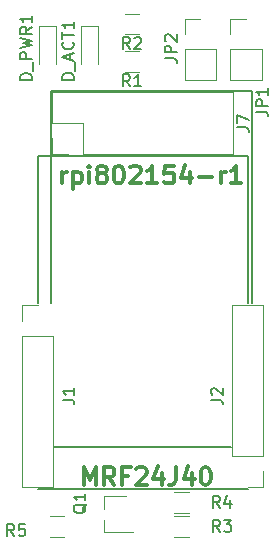
<source format=gto>
G04 #@! TF.GenerationSoftware,KiCad,Pcbnew,(2018-01-23 revision c95c77c51)-master*
G04 #@! TF.CreationDate,2018-01-29T11:30:05+01:00*
G04 #@! TF.ProjectId,rpi_mrf_radio_shield,7270695F6D72665F726164696F5F7368,rev?*
G04 #@! TF.SameCoordinates,Original*
G04 #@! TF.FileFunction,Legend,Top*
G04 #@! TF.FilePolarity,Positive*
%FSLAX46Y46*%
G04 Gerber Fmt 4.6, Leading zero omitted, Abs format (unit mm)*
G04 Created by KiCad (PCBNEW (2018-01-23 revision c95c77c51)-master) date Mon Jan 29 11:30:05 2018*
%MOMM*%
%LPD*%
G01*
G04 APERTURE LIST*
%ADD10C,0.300000*%
%ADD11C,0.200000*%
%ADD12C,0.120000*%
%ADD13C,0.150000*%
G04 APERTURE END LIST*
D10*
X148263985Y-104153171D02*
X148263985Y-103153171D01*
X148263985Y-103438885D02*
X148335414Y-103296028D01*
X148406842Y-103224600D01*
X148549700Y-103153171D01*
X148692557Y-103153171D01*
X149192557Y-103153171D02*
X149192557Y-104653171D01*
X149192557Y-103224600D02*
X149335414Y-103153171D01*
X149621128Y-103153171D01*
X149763985Y-103224600D01*
X149835414Y-103296028D01*
X149906842Y-103438885D01*
X149906842Y-103867457D01*
X149835414Y-104010314D01*
X149763985Y-104081742D01*
X149621128Y-104153171D01*
X149335414Y-104153171D01*
X149192557Y-104081742D01*
X150549700Y-104153171D02*
X150549700Y-103153171D01*
X150549700Y-102653171D02*
X150478271Y-102724600D01*
X150549700Y-102796028D01*
X150621128Y-102724600D01*
X150549700Y-102653171D01*
X150549700Y-102796028D01*
X151478271Y-103296028D02*
X151335414Y-103224600D01*
X151263985Y-103153171D01*
X151192557Y-103010314D01*
X151192557Y-102938885D01*
X151263985Y-102796028D01*
X151335414Y-102724600D01*
X151478271Y-102653171D01*
X151763985Y-102653171D01*
X151906842Y-102724600D01*
X151978271Y-102796028D01*
X152049700Y-102938885D01*
X152049700Y-103010314D01*
X151978271Y-103153171D01*
X151906842Y-103224600D01*
X151763985Y-103296028D01*
X151478271Y-103296028D01*
X151335414Y-103367457D01*
X151263985Y-103438885D01*
X151192557Y-103581742D01*
X151192557Y-103867457D01*
X151263985Y-104010314D01*
X151335414Y-104081742D01*
X151478271Y-104153171D01*
X151763985Y-104153171D01*
X151906842Y-104081742D01*
X151978271Y-104010314D01*
X152049700Y-103867457D01*
X152049700Y-103581742D01*
X151978271Y-103438885D01*
X151906842Y-103367457D01*
X151763985Y-103296028D01*
X152978271Y-102653171D02*
X153121128Y-102653171D01*
X153263985Y-102724600D01*
X153335414Y-102796028D01*
X153406842Y-102938885D01*
X153478271Y-103224600D01*
X153478271Y-103581742D01*
X153406842Y-103867457D01*
X153335414Y-104010314D01*
X153263985Y-104081742D01*
X153121128Y-104153171D01*
X152978271Y-104153171D01*
X152835414Y-104081742D01*
X152763985Y-104010314D01*
X152692557Y-103867457D01*
X152621128Y-103581742D01*
X152621128Y-103224600D01*
X152692557Y-102938885D01*
X152763985Y-102796028D01*
X152835414Y-102724600D01*
X152978271Y-102653171D01*
X154049700Y-102796028D02*
X154121128Y-102724600D01*
X154263985Y-102653171D01*
X154621128Y-102653171D01*
X154763985Y-102724600D01*
X154835414Y-102796028D01*
X154906842Y-102938885D01*
X154906842Y-103081742D01*
X154835414Y-103296028D01*
X153978271Y-104153171D01*
X154906842Y-104153171D01*
X156335414Y-104153171D02*
X155478271Y-104153171D01*
X155906842Y-104153171D02*
X155906842Y-102653171D01*
X155763985Y-102867457D01*
X155621128Y-103010314D01*
X155478271Y-103081742D01*
X157692557Y-102653171D02*
X156978271Y-102653171D01*
X156906842Y-103367457D01*
X156978271Y-103296028D01*
X157121128Y-103224600D01*
X157478271Y-103224600D01*
X157621128Y-103296028D01*
X157692557Y-103367457D01*
X157763985Y-103510314D01*
X157763985Y-103867457D01*
X157692557Y-104010314D01*
X157621128Y-104081742D01*
X157478271Y-104153171D01*
X157121128Y-104153171D01*
X156978271Y-104081742D01*
X156906842Y-104010314D01*
X159049700Y-103153171D02*
X159049700Y-104153171D01*
X158692557Y-102581742D02*
X158335414Y-103653171D01*
X159263985Y-103653171D01*
X159835414Y-103581742D02*
X160978271Y-103581742D01*
X161692557Y-104153171D02*
X161692557Y-103153171D01*
X161692557Y-103438885D02*
X161763985Y-103296028D01*
X161835414Y-103224600D01*
X161978271Y-103153171D01*
X162121128Y-103153171D01*
X163406842Y-104153171D02*
X162549700Y-104153171D01*
X162978271Y-104153171D02*
X162978271Y-102653171D01*
X162835414Y-102867457D01*
X162692557Y-103010314D01*
X162549700Y-103081742D01*
X150122671Y-129680171D02*
X150122671Y-128180171D01*
X150622671Y-129251600D01*
X151122671Y-128180171D01*
X151122671Y-129680171D01*
X152694100Y-129680171D02*
X152194100Y-128965885D01*
X151836957Y-129680171D02*
X151836957Y-128180171D01*
X152408385Y-128180171D01*
X152551242Y-128251600D01*
X152622671Y-128323028D01*
X152694100Y-128465885D01*
X152694100Y-128680171D01*
X152622671Y-128823028D01*
X152551242Y-128894457D01*
X152408385Y-128965885D01*
X151836957Y-128965885D01*
X153836957Y-128894457D02*
X153336957Y-128894457D01*
X153336957Y-129680171D02*
X153336957Y-128180171D01*
X154051242Y-128180171D01*
X154551242Y-128323028D02*
X154622671Y-128251600D01*
X154765528Y-128180171D01*
X155122671Y-128180171D01*
X155265528Y-128251600D01*
X155336957Y-128323028D01*
X155408385Y-128465885D01*
X155408385Y-128608742D01*
X155336957Y-128823028D01*
X154479814Y-129680171D01*
X155408385Y-129680171D01*
X156694100Y-128680171D02*
X156694100Y-129680171D01*
X156336957Y-128108742D02*
X155979814Y-129180171D01*
X156908385Y-129180171D01*
X157908385Y-128180171D02*
X157908385Y-129251600D01*
X157836957Y-129465885D01*
X157694100Y-129608742D01*
X157479814Y-129680171D01*
X157336957Y-129680171D01*
X159265528Y-128680171D02*
X159265528Y-129680171D01*
X158908385Y-128108742D02*
X158551242Y-129180171D01*
X159479814Y-129180171D01*
X160336957Y-128180171D02*
X160479814Y-128180171D01*
X160622671Y-128251600D01*
X160694100Y-128323028D01*
X160765528Y-128465885D01*
X160836957Y-128751600D01*
X160836957Y-129108742D01*
X160765528Y-129394457D01*
X160694100Y-129537314D01*
X160622671Y-129608742D01*
X160479814Y-129680171D01*
X160336957Y-129680171D01*
X160194100Y-129608742D01*
X160122671Y-129537314D01*
X160051242Y-129394457D01*
X159979814Y-129108742D01*
X159979814Y-128751600D01*
X160051242Y-128465885D01*
X160122671Y-128323028D01*
X160194100Y-128251600D01*
X160336957Y-128180171D01*
D11*
X146176900Y-113761600D02*
X146176900Y-114269600D01*
X147319900Y-113761600D02*
X147319900Y-114269600D01*
X164337900Y-96362600D02*
X164337900Y-114269600D01*
X147573900Y-126461600D02*
X162559900Y-126461600D01*
X147319900Y-96362600D02*
X147319900Y-113761600D01*
X147332600Y-96362600D02*
X164350600Y-96362600D01*
X146176900Y-101823600D02*
X146176900Y-113761600D01*
X163956900Y-101823600D02*
X146176900Y-101823600D01*
X163956900Y-114269600D02*
X163956900Y-101823600D01*
X146176900Y-130017600D02*
X163956900Y-130017600D01*
D12*
X144846900Y-129823600D02*
X147506900Y-129823600D01*
X144846900Y-117063600D02*
X144846900Y-129823600D01*
X147506900Y-117063600D02*
X147506900Y-129823600D01*
X144846900Y-117063600D02*
X147506900Y-117063600D01*
X144846900Y-115793600D02*
X144846900Y-114463600D01*
X144846900Y-114463600D02*
X146176900Y-114463600D01*
X165286900Y-129823600D02*
X163956900Y-129823600D01*
X165286900Y-128493600D02*
X165286900Y-129823600D01*
X165286900Y-127223600D02*
X162626900Y-127223600D01*
X162626900Y-127223600D02*
X162626900Y-114463600D01*
X165286900Y-127223600D02*
X165286900Y-114463600D01*
X165286900Y-114463600D02*
X162626900Y-114463600D01*
X151780100Y-131676600D02*
X151780100Y-130626600D01*
X151780100Y-130626600D02*
X153630100Y-130626600D01*
X151780100Y-133676600D02*
X151780100Y-132676600D01*
X151800100Y-133686600D02*
X154230100Y-133686600D01*
X157765100Y-130280600D02*
X158965100Y-130280600D01*
X158965100Y-132040600D02*
X157765100Y-132040600D01*
X158639100Y-90206600D02*
X159969100Y-90206600D01*
X158639100Y-91536600D02*
X158639100Y-90206600D01*
X158639100Y-92806600D02*
X161299100Y-92806600D01*
X161299100Y-92806600D02*
X161299100Y-95406600D01*
X158639100Y-92806600D02*
X158639100Y-95406600D01*
X158639100Y-95406600D02*
X161299100Y-95406600D01*
X153574100Y-92942600D02*
X154774100Y-92942600D01*
X154774100Y-94702600D02*
X153574100Y-94702600D01*
X153574100Y-89767600D02*
X154774100Y-89767600D01*
X154774100Y-91527600D02*
X153574100Y-91527600D01*
X158965100Y-134072600D02*
X157765100Y-134072600D01*
X157765100Y-132312600D02*
X158965100Y-132312600D01*
X149821100Y-94060600D02*
X149821100Y-90860600D01*
X151321100Y-90860600D02*
X151321100Y-94060600D01*
X151321100Y-90860600D02*
X149821100Y-90860600D01*
X147765100Y-90860600D02*
X146265100Y-90860600D01*
X147765100Y-90860600D02*
X147765100Y-94060600D01*
X146265100Y-94060600D02*
X146265100Y-90860600D01*
X162759600Y-101629600D02*
X162759600Y-96429600D01*
X149999600Y-101629600D02*
X162759600Y-101629600D01*
X147399600Y-96429600D02*
X162759600Y-96429600D01*
X149999600Y-101629600D02*
X149999600Y-99029600D01*
X149999600Y-99029600D02*
X147399600Y-99029600D01*
X147399600Y-99029600D02*
X147399600Y-96429600D01*
X148729600Y-101629600D02*
X147399600Y-101629600D01*
X147399600Y-101629600D02*
X147399600Y-100299600D01*
X162499900Y-90206600D02*
X163829900Y-90206600D01*
X162499900Y-91536600D02*
X162499900Y-90206600D01*
X162499900Y-92806600D02*
X165159900Y-92806600D01*
X165159900Y-92806600D02*
X165159900Y-95406600D01*
X162499900Y-92806600D02*
X162499900Y-95406600D01*
X162499900Y-95406600D02*
X165159900Y-95406600D01*
X147198700Y-132338000D02*
X148398700Y-132338000D01*
X148398700Y-134098000D02*
X147198700Y-134098000D01*
D13*
X148296280Y-122476933D02*
X149010566Y-122476933D01*
X149153423Y-122524552D01*
X149248661Y-122619790D01*
X149296280Y-122762647D01*
X149296280Y-122857885D01*
X149296280Y-121476933D02*
X149296280Y-122048361D01*
X149296280Y-121762647D02*
X148296280Y-121762647D01*
X148439138Y-121857885D01*
X148534376Y-121953123D01*
X148581995Y-122048361D01*
X160869280Y-122476933D02*
X161583566Y-122476933D01*
X161726423Y-122524552D01*
X161821661Y-122619790D01*
X161869280Y-122762647D01*
X161869280Y-122857885D01*
X160964519Y-122048361D02*
X160916900Y-122000742D01*
X160869280Y-121905504D01*
X160869280Y-121667409D01*
X160916900Y-121572171D01*
X160964519Y-121524552D01*
X161059757Y-121476933D01*
X161154995Y-121476933D01*
X161297852Y-121524552D01*
X161869280Y-122095980D01*
X161869280Y-121476933D01*
X150327519Y-131306638D02*
X150279900Y-131401876D01*
X150184661Y-131497114D01*
X150041804Y-131639971D01*
X149994185Y-131735209D01*
X149994185Y-131830447D01*
X150232280Y-131782828D02*
X150184661Y-131878066D01*
X150089423Y-131973304D01*
X149898947Y-132020923D01*
X149565614Y-132020923D01*
X149375138Y-131973304D01*
X149279900Y-131878066D01*
X149232280Y-131782828D01*
X149232280Y-131592352D01*
X149279900Y-131497114D01*
X149375138Y-131401876D01*
X149565614Y-131354257D01*
X149898947Y-131354257D01*
X150089423Y-131401876D01*
X150184661Y-131497114D01*
X150232280Y-131592352D01*
X150232280Y-131782828D01*
X150232280Y-130401876D02*
X150232280Y-130973304D01*
X150232280Y-130687590D02*
X149232280Y-130687590D01*
X149375138Y-130782828D01*
X149470376Y-130878066D01*
X149517995Y-130973304D01*
X161627433Y-131612980D02*
X161294100Y-131136790D01*
X161056004Y-131612980D02*
X161056004Y-130612980D01*
X161436957Y-130612980D01*
X161532195Y-130660600D01*
X161579814Y-130708219D01*
X161627433Y-130803457D01*
X161627433Y-130946314D01*
X161579814Y-131041552D01*
X161532195Y-131089171D01*
X161436957Y-131136790D01*
X161056004Y-131136790D01*
X162484576Y-130946314D02*
X162484576Y-131612980D01*
X162246480Y-130565361D02*
X162008385Y-131279647D01*
X162627433Y-131279647D01*
X156953880Y-93538333D02*
X157668166Y-93538333D01*
X157811023Y-93585952D01*
X157906261Y-93681190D01*
X157953880Y-93824047D01*
X157953880Y-93919285D01*
X157953880Y-93062142D02*
X156953880Y-93062142D01*
X156953880Y-92681190D01*
X157001500Y-92585952D01*
X157049119Y-92538333D01*
X157144357Y-92490714D01*
X157287214Y-92490714D01*
X157382452Y-92538333D01*
X157430071Y-92585952D01*
X157477690Y-92681190D01*
X157477690Y-93062142D01*
X157049119Y-92109761D02*
X157001500Y-92062142D01*
X156953880Y-91966904D01*
X156953880Y-91728809D01*
X157001500Y-91633571D01*
X157049119Y-91585952D01*
X157144357Y-91538333D01*
X157239595Y-91538333D01*
X157382452Y-91585952D01*
X157953880Y-92157380D01*
X157953880Y-91538333D01*
X154007433Y-95925980D02*
X153674100Y-95449790D01*
X153436004Y-95925980D02*
X153436004Y-94925980D01*
X153816957Y-94925980D01*
X153912195Y-94973600D01*
X153959814Y-95021219D01*
X154007433Y-95116457D01*
X154007433Y-95259314D01*
X153959814Y-95354552D01*
X153912195Y-95402171D01*
X153816957Y-95449790D01*
X153436004Y-95449790D01*
X154959814Y-95925980D02*
X154388385Y-95925980D01*
X154674100Y-95925980D02*
X154674100Y-94925980D01*
X154578861Y-95068838D01*
X154483623Y-95164076D01*
X154388385Y-95211695D01*
X154007433Y-92750980D02*
X153674100Y-92274790D01*
X153436004Y-92750980D02*
X153436004Y-91750980D01*
X153816957Y-91750980D01*
X153912195Y-91798600D01*
X153959814Y-91846219D01*
X154007433Y-91941457D01*
X154007433Y-92084314D01*
X153959814Y-92179552D01*
X153912195Y-92227171D01*
X153816957Y-92274790D01*
X153436004Y-92274790D01*
X154388385Y-91846219D02*
X154436004Y-91798600D01*
X154531242Y-91750980D01*
X154769338Y-91750980D01*
X154864576Y-91798600D01*
X154912195Y-91846219D01*
X154959814Y-91941457D01*
X154959814Y-92036695D01*
X154912195Y-92179552D01*
X154340766Y-92750980D01*
X154959814Y-92750980D01*
X161627433Y-133644980D02*
X161294100Y-133168790D01*
X161056004Y-133644980D02*
X161056004Y-132644980D01*
X161436957Y-132644980D01*
X161532195Y-132692600D01*
X161579814Y-132740219D01*
X161627433Y-132835457D01*
X161627433Y-132978314D01*
X161579814Y-133073552D01*
X161532195Y-133121171D01*
X161436957Y-133168790D01*
X161056004Y-133168790D01*
X161960766Y-132644980D02*
X162579814Y-132644980D01*
X162246480Y-133025933D01*
X162389338Y-133025933D01*
X162484576Y-133073552D01*
X162532195Y-133121171D01*
X162579814Y-133216409D01*
X162579814Y-133454504D01*
X162532195Y-133549742D01*
X162484576Y-133597361D01*
X162389338Y-133644980D01*
X162103623Y-133644980D01*
X162008385Y-133597361D01*
X161960766Y-133549742D01*
X149245480Y-95362171D02*
X148245480Y-95362171D01*
X148245480Y-95124076D01*
X148293100Y-94981219D01*
X148388338Y-94885980D01*
X148483576Y-94838361D01*
X148674052Y-94790742D01*
X148816909Y-94790742D01*
X149007385Y-94838361D01*
X149102623Y-94885980D01*
X149197861Y-94981219D01*
X149245480Y-95124076D01*
X149245480Y-95362171D01*
X149340719Y-94600266D02*
X149340719Y-93838361D01*
X148959766Y-93647885D02*
X148959766Y-93171695D01*
X149245480Y-93743123D02*
X148245480Y-93409790D01*
X149245480Y-93076457D01*
X149150242Y-92171695D02*
X149197861Y-92219314D01*
X149245480Y-92362171D01*
X149245480Y-92457409D01*
X149197861Y-92600266D01*
X149102623Y-92695504D01*
X149007385Y-92743123D01*
X148816909Y-92790742D01*
X148674052Y-92790742D01*
X148483576Y-92743123D01*
X148388338Y-92695504D01*
X148293100Y-92600266D01*
X148245480Y-92457409D01*
X148245480Y-92362171D01*
X148293100Y-92219314D01*
X148340719Y-92171695D01*
X148245480Y-91885980D02*
X148245480Y-91314552D01*
X149245480Y-91600266D02*
X148245480Y-91600266D01*
X149245480Y-90457409D02*
X149245480Y-91028838D01*
X149245480Y-90743123D02*
X148245480Y-90743123D01*
X148388338Y-90838361D01*
X148483576Y-90933600D01*
X148531195Y-91028838D01*
X145689480Y-95370076D02*
X144689480Y-95370076D01*
X144689480Y-95131980D01*
X144737100Y-94989123D01*
X144832338Y-94893885D01*
X144927576Y-94846266D01*
X145118052Y-94798647D01*
X145260909Y-94798647D01*
X145451385Y-94846266D01*
X145546623Y-94893885D01*
X145641861Y-94989123D01*
X145689480Y-95131980D01*
X145689480Y-95370076D01*
X145784719Y-94608171D02*
X145784719Y-93846266D01*
X145689480Y-93608171D02*
X144689480Y-93608171D01*
X144689480Y-93227219D01*
X144737100Y-93131980D01*
X144784719Y-93084361D01*
X144879957Y-93036742D01*
X145022814Y-93036742D01*
X145118052Y-93084361D01*
X145165671Y-93131980D01*
X145213290Y-93227219D01*
X145213290Y-93608171D01*
X144689480Y-92703409D02*
X145689480Y-92465314D01*
X144975195Y-92274838D01*
X145689480Y-92084361D01*
X144689480Y-91846266D01*
X145689480Y-90893885D02*
X145213290Y-91227219D01*
X145689480Y-91465314D02*
X144689480Y-91465314D01*
X144689480Y-91084361D01*
X144737100Y-90989123D01*
X144784719Y-90941504D01*
X144879957Y-90893885D01*
X145022814Y-90893885D01*
X145118052Y-90941504D01*
X145165671Y-90989123D01*
X145213290Y-91084361D01*
X145213290Y-91465314D01*
X145689480Y-89941504D02*
X145689480Y-90512933D01*
X145689480Y-90227219D02*
X144689480Y-90227219D01*
X144832338Y-90322457D01*
X144927576Y-90417695D01*
X144975195Y-90512933D01*
X163049880Y-99388333D02*
X163764166Y-99388333D01*
X163907023Y-99435952D01*
X164002261Y-99531190D01*
X164049880Y-99674047D01*
X164049880Y-99769285D01*
X163049880Y-99007380D02*
X163049880Y-98340714D01*
X164049880Y-98769285D01*
X164675480Y-98084933D02*
X165389766Y-98084933D01*
X165532623Y-98132552D01*
X165627861Y-98227790D01*
X165675480Y-98370647D01*
X165675480Y-98465885D01*
X165675480Y-97608742D02*
X164675480Y-97608742D01*
X164675480Y-97227790D01*
X164723100Y-97132552D01*
X164770719Y-97084933D01*
X164865957Y-97037314D01*
X165008814Y-97037314D01*
X165104052Y-97084933D01*
X165151671Y-97132552D01*
X165199290Y-97227790D01*
X165199290Y-97608742D01*
X165675480Y-96084933D02*
X165675480Y-96656361D01*
X165675480Y-96370647D02*
X164675480Y-96370647D01*
X164818338Y-96465885D01*
X164913576Y-96561123D01*
X164961195Y-96656361D01*
X144203033Y-134000580D02*
X143869700Y-133524390D01*
X143631604Y-134000580D02*
X143631604Y-133000580D01*
X144012557Y-133000580D01*
X144107795Y-133048200D01*
X144155414Y-133095819D01*
X144203033Y-133191057D01*
X144203033Y-133333914D01*
X144155414Y-133429152D01*
X144107795Y-133476771D01*
X144012557Y-133524390D01*
X143631604Y-133524390D01*
X145107795Y-133000580D02*
X144631604Y-133000580D01*
X144583985Y-133476771D01*
X144631604Y-133429152D01*
X144726842Y-133381533D01*
X144964938Y-133381533D01*
X145060176Y-133429152D01*
X145107795Y-133476771D01*
X145155414Y-133572009D01*
X145155414Y-133810104D01*
X145107795Y-133905342D01*
X145060176Y-133952961D01*
X144964938Y-134000580D01*
X144726842Y-134000580D01*
X144631604Y-133952961D01*
X144583985Y-133905342D01*
M02*

</source>
